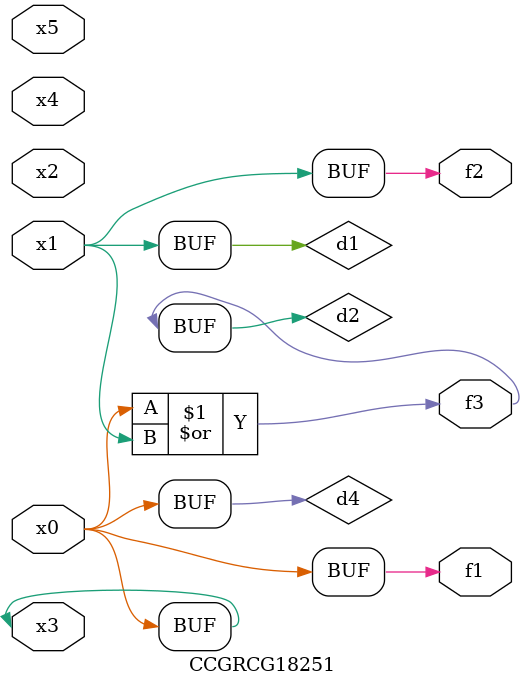
<source format=v>
module CCGRCG18251(
	input x0, x1, x2, x3, x4, x5,
	output f1, f2, f3
);

	wire d1, d2, d3, d4;

	and (d1, x1);
	or (d2, x0, x1);
	nand (d3, x0, x5);
	buf (d4, x0, x3);
	assign f1 = d4;
	assign f2 = d1;
	assign f3 = d2;
endmodule

</source>
